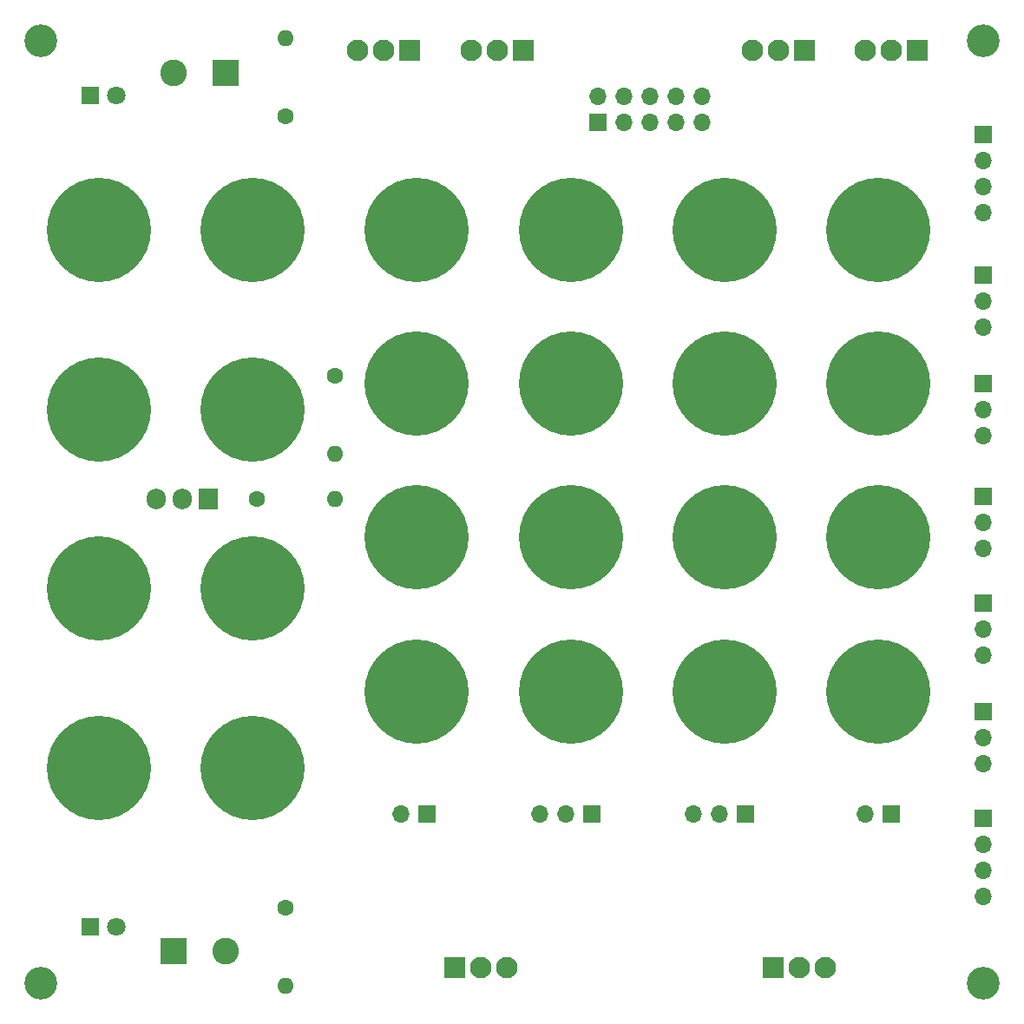
<source format=gts>
G04 #@! TF.GenerationSoftware,KiCad,Pcbnew,(6.0.1)*
G04 #@! TF.CreationDate,2022-03-31T21:17:37+02:00*
G04 #@! TF.ProjectId,Breadboard,42726561-6462-46f6-9172-642e6b696361,v1.0*
G04 #@! TF.SameCoordinates,Original*
G04 #@! TF.FileFunction,Soldermask,Top*
G04 #@! TF.FilePolarity,Negative*
%FSLAX46Y46*%
G04 Gerber Fmt 4.6, Leading zero omitted, Abs format (unit mm)*
G04 Created by KiCad (PCBNEW (6.0.1)) date 2022-03-31 21:17:37*
%MOMM*%
%LPD*%
G01*
G04 APERTURE LIST*
%ADD10R,1.700000X1.700000*%
%ADD11O,1.700000X1.700000*%
%ADD12C,10.160000*%
%ADD13R,1.800000X1.800000*%
%ADD14C,1.800000*%
%ADD15C,3.200000*%
%ADD16C,1.600000*%
%ADD17O,1.600000X1.600000*%
%ADD18R,2.100000X2.100000*%
%ADD19C,2.100000*%
%ADD20R,1.905000X2.000000*%
%ADD21O,1.905000X2.000000*%
%ADD22R,2.600000X2.600000*%
%ADD23C,2.600000*%
G04 APERTURE END LIST*
D10*
X192500000Y-114475000D03*
D11*
X192500000Y-117015000D03*
X192500000Y-119555000D03*
D12*
X182230000Y-67500000D03*
D10*
X192500000Y-103920000D03*
D11*
X192500000Y-106460000D03*
X192500000Y-109000000D03*
D13*
X105362000Y-54370000D03*
D14*
X107902000Y-54370000D03*
D12*
X106216000Y-67500000D03*
X106216000Y-120000000D03*
X121216000Y-85000000D03*
D15*
X192484000Y-49036000D03*
D12*
X152230000Y-112500000D03*
X137230000Y-82500000D03*
X167230000Y-67500000D03*
D15*
X100536000Y-49036000D03*
D12*
X167230000Y-97500000D03*
D10*
X154920000Y-57000000D03*
D11*
X154920000Y-54460000D03*
X157460000Y-57000000D03*
X157460000Y-54460000D03*
X160000000Y-57000000D03*
X160000000Y-54460000D03*
X162540000Y-57000000D03*
X162540000Y-54460000D03*
X165080000Y-57000000D03*
X165080000Y-54460000D03*
D12*
X152230000Y-67500000D03*
X182230000Y-97500000D03*
X137230000Y-112500000D03*
D13*
X105357000Y-135523000D03*
D14*
X107897000Y-135523000D03*
D12*
X121216000Y-67500000D03*
X182230000Y-112500000D03*
X121216000Y-102500000D03*
X152230000Y-82500000D03*
D15*
X192484000Y-140984000D03*
D12*
X152230000Y-97500000D03*
X167230000Y-112500000D03*
X137230000Y-67500000D03*
X106216000Y-85000000D03*
D10*
X192500000Y-93475000D03*
D11*
X192500000Y-96015000D03*
X192500000Y-98555000D03*
D10*
X192500000Y-124920000D03*
D11*
X192500000Y-127460000D03*
X192500000Y-130000000D03*
X192500000Y-132540000D03*
D12*
X167230000Y-82500000D03*
X106216000Y-102500000D03*
D10*
X192500000Y-82475000D03*
D11*
X192500000Y-85015000D03*
X192500000Y-87555000D03*
D10*
X192500000Y-58200000D03*
D11*
X192500000Y-60740000D03*
X192500000Y-63280000D03*
X192500000Y-65820000D03*
D15*
X100536000Y-140984000D03*
D12*
X182230000Y-82500000D03*
D10*
X192500000Y-71920000D03*
D11*
X192500000Y-74460000D03*
X192500000Y-77000000D03*
D12*
X137230000Y-97500000D03*
X121216000Y-120000000D03*
D16*
X124412000Y-56402000D03*
D17*
X124412000Y-48782000D03*
D18*
X140922000Y-139460000D03*
D19*
X143462000Y-139460000D03*
X146002000Y-139460000D03*
D20*
X116842800Y-93719800D03*
D21*
X114302800Y-93719800D03*
X111762800Y-93719800D03*
D18*
X175040000Y-50000000D03*
D19*
X172500000Y-50000000D03*
X169960000Y-50000000D03*
D10*
X183500000Y-124474000D03*
D11*
X180960000Y-124474000D03*
D16*
X129238000Y-81690000D03*
D17*
X129238000Y-89310000D03*
D10*
X138230000Y-124500000D03*
D11*
X135690000Y-124500000D03*
D18*
X186040000Y-50000000D03*
D19*
X183500000Y-50000000D03*
X180960000Y-50000000D03*
D16*
X124412000Y-133618000D03*
D17*
X124412000Y-141238000D03*
D22*
X113485000Y-137885000D03*
D23*
X118565000Y-137885000D03*
D10*
X169253400Y-124474000D03*
D11*
X166713400Y-124474000D03*
X164173400Y-124474000D03*
D18*
X136500000Y-50000000D03*
D19*
X133960000Y-50000000D03*
X131420000Y-50000000D03*
D18*
X147580000Y-50000000D03*
D19*
X145040000Y-50000000D03*
X142500000Y-50000000D03*
D18*
X171960000Y-139460000D03*
D19*
X174500000Y-139460000D03*
X177040000Y-139460000D03*
D10*
X154257000Y-124500000D03*
D11*
X151717000Y-124500000D03*
X149177000Y-124500000D03*
D22*
X118575000Y-52135000D03*
D23*
X113495000Y-52135000D03*
D16*
X121618000Y-93740000D03*
D17*
X129238000Y-93740000D03*
M02*

</source>
